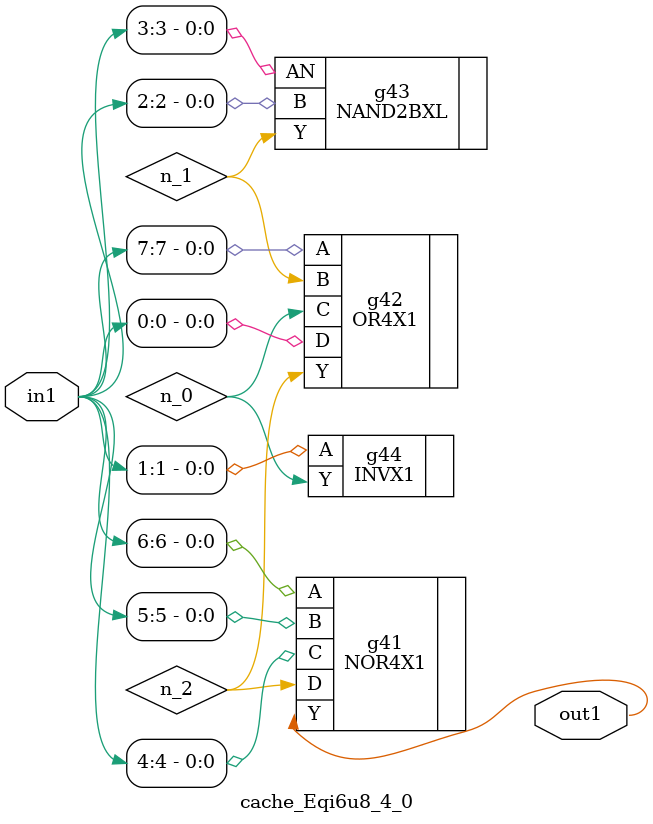
<source format=v>
`timescale 1ps / 1ps


module cache_Eqi6u8_4_0(in1, out1);
  input [7:0] in1;
  output out1;
  wire [7:0] in1;
  wire out1;
  wire n_0, n_1, n_2;
  NOR4X1 g41(.A (in1[6]), .B (in1[5]), .C (in1[4]), .D (n_2), .Y
       (out1));
  OR4X1 g42(.A (in1[7]), .B (n_1), .C (n_0), .D (in1[0]), .Y (n_2));
  NAND2BXL g43(.AN (in1[3]), .B (in1[2]), .Y (n_1));
  INVX1 g44(.A (in1[1]), .Y (n_0));
endmodule



</source>
